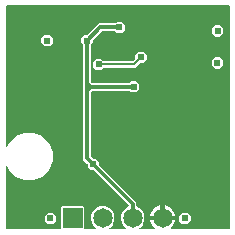
<source format=gbr>
G04 EAGLE Gerber RS-274X export*
G75*
%MOMM*%
%FSLAX34Y34*%
%LPD*%
%AMOC8*
5,1,8,0,0,1.08239X$1,22.5*%
G01*
%ADD10R,1.651000X1.651000*%
%ADD11C,1.651000*%
%ADD12C,0.609600*%
%ADD13C,0.203200*%
%ADD14C,0.304800*%

G36*
X51080Y5223D02*
X51080Y5223D01*
X51182Y5231D01*
X51210Y5243D01*
X51241Y5248D01*
X51333Y5292D01*
X51429Y5330D01*
X51452Y5350D01*
X51480Y5363D01*
X51555Y5433D01*
X51635Y5498D01*
X51652Y5524D01*
X51674Y5545D01*
X51725Y5634D01*
X51782Y5719D01*
X51788Y5743D01*
X51806Y5775D01*
X51864Y6035D01*
X51861Y6073D01*
X51866Y6096D01*
X51866Y23992D01*
X52908Y25034D01*
X70892Y25034D01*
X71934Y23992D01*
X71934Y6096D01*
X71949Y5994D01*
X71957Y5892D01*
X71969Y5864D01*
X71974Y5833D01*
X72018Y5741D01*
X72056Y5645D01*
X72076Y5622D01*
X72089Y5594D01*
X72159Y5519D01*
X72224Y5439D01*
X72250Y5422D01*
X72271Y5400D01*
X72360Y5349D01*
X72445Y5292D01*
X72469Y5286D01*
X72501Y5268D01*
X72761Y5210D01*
X72799Y5213D01*
X72822Y5208D01*
X80758Y5208D01*
X80809Y5215D01*
X80861Y5214D01*
X80940Y5235D01*
X81021Y5248D01*
X81067Y5270D01*
X81117Y5284D01*
X81186Y5328D01*
X81260Y5363D01*
X81298Y5398D01*
X81341Y5426D01*
X81395Y5489D01*
X81454Y5545D01*
X81480Y5589D01*
X81513Y5629D01*
X81546Y5704D01*
X81586Y5775D01*
X81598Y5826D01*
X81618Y5873D01*
X81626Y5955D01*
X81644Y6035D01*
X81640Y6086D01*
X81645Y6138D01*
X81629Y6218D01*
X81623Y6300D01*
X81603Y6348D01*
X81593Y6398D01*
X81566Y6442D01*
X81524Y6547D01*
X81411Y6686D01*
X81386Y6724D01*
X78794Y9316D01*
X77266Y13004D01*
X77266Y16996D01*
X78794Y20684D01*
X81616Y23506D01*
X85304Y25034D01*
X89296Y25034D01*
X92984Y23506D01*
X95806Y20684D01*
X97334Y16996D01*
X97334Y13004D01*
X95806Y9316D01*
X93214Y6724D01*
X93183Y6683D01*
X93146Y6647D01*
X93105Y6576D01*
X93056Y6510D01*
X93039Y6461D01*
X93014Y6417D01*
X92996Y6337D01*
X92969Y6259D01*
X92967Y6207D01*
X92956Y6157D01*
X92962Y6075D01*
X92960Y5993D01*
X92973Y5944D01*
X92977Y5892D01*
X93008Y5816D01*
X93030Y5737D01*
X93057Y5693D01*
X93076Y5645D01*
X93128Y5582D01*
X93172Y5513D01*
X93211Y5479D01*
X93244Y5439D01*
X93312Y5394D01*
X93375Y5341D01*
X93422Y5320D01*
X93465Y5292D01*
X93516Y5280D01*
X93619Y5236D01*
X93798Y5218D01*
X93842Y5208D01*
X106158Y5208D01*
X106209Y5215D01*
X106261Y5214D01*
X106340Y5235D01*
X106421Y5248D01*
X106467Y5270D01*
X106517Y5284D01*
X106586Y5328D01*
X106660Y5363D01*
X106698Y5398D01*
X106741Y5426D01*
X106795Y5489D01*
X106854Y5545D01*
X106880Y5589D01*
X106913Y5629D01*
X106946Y5704D01*
X106986Y5775D01*
X106998Y5826D01*
X107018Y5873D01*
X107026Y5955D01*
X107044Y6035D01*
X107040Y6086D01*
X107045Y6138D01*
X107029Y6218D01*
X107023Y6300D01*
X107003Y6348D01*
X106993Y6398D01*
X106966Y6442D01*
X106924Y6547D01*
X106811Y6686D01*
X106786Y6724D01*
X104194Y9316D01*
X102666Y13004D01*
X102666Y16996D01*
X104194Y20684D01*
X107016Y23506D01*
X108849Y24265D01*
X108902Y24297D01*
X108960Y24320D01*
X109015Y24366D01*
X109077Y24403D01*
X109118Y24449D01*
X109166Y24488D01*
X109206Y24548D01*
X109253Y24601D01*
X109279Y24657D01*
X109313Y24709D01*
X109324Y24756D01*
X109363Y24843D01*
X109390Y25055D01*
X109397Y25086D01*
X109397Y25264D01*
X109394Y25285D01*
X109396Y25306D01*
X109374Y25416D01*
X109357Y25527D01*
X109348Y25546D01*
X109344Y25566D01*
X109320Y25605D01*
X109242Y25766D01*
X109165Y25849D01*
X109137Y25892D01*
X79918Y55111D01*
X79901Y55124D01*
X79888Y55140D01*
X79794Y55202D01*
X79704Y55269D01*
X79684Y55276D01*
X79667Y55287D01*
X79622Y55297D01*
X79453Y55356D01*
X79340Y55360D01*
X79290Y55371D01*
X77503Y55371D01*
X74675Y58199D01*
X74675Y59986D01*
X74672Y60007D01*
X74674Y60028D01*
X74652Y60138D01*
X74635Y60249D01*
X74626Y60268D01*
X74622Y60288D01*
X74598Y60327D01*
X74520Y60488D01*
X74443Y60571D01*
X74415Y60614D01*
X70865Y64164D01*
X70865Y161209D01*
X70862Y161229D01*
X70864Y161250D01*
X70842Y161361D01*
X70825Y161472D01*
X70816Y161490D01*
X70812Y161511D01*
X70788Y161550D01*
X70710Y161711D01*
X70633Y161793D01*
X70605Y161837D01*
X69341Y163101D01*
X69341Y167099D01*
X72169Y169927D01*
X73956Y169927D01*
X73977Y169930D01*
X73998Y169928D01*
X74108Y169950D01*
X74219Y169967D01*
X74238Y169976D01*
X74258Y169980D01*
X74297Y170004D01*
X74458Y170082D01*
X74541Y170159D01*
X74584Y170187D01*
X83976Y179579D01*
X97709Y179579D01*
X97729Y179582D01*
X97750Y179580D01*
X97861Y179602D01*
X97972Y179619D01*
X97990Y179628D01*
X98011Y179632D01*
X98050Y179656D01*
X98211Y179734D01*
X98293Y179811D01*
X98337Y179839D01*
X99601Y181103D01*
X103599Y181103D01*
X106427Y178275D01*
X106427Y174277D01*
X103599Y171449D01*
X99601Y171449D01*
X98337Y172713D01*
X98320Y172726D01*
X98307Y172742D01*
X98213Y172804D01*
X98123Y172871D01*
X98103Y172878D01*
X98086Y172889D01*
X98041Y172899D01*
X97872Y172958D01*
X97759Y172962D01*
X97709Y172973D01*
X87080Y172973D01*
X87059Y172970D01*
X87038Y172972D01*
X86928Y172950D01*
X86817Y172933D01*
X86798Y172924D01*
X86778Y172920D01*
X86739Y172896D01*
X86578Y172818D01*
X86495Y172741D01*
X86452Y172713D01*
X79255Y165516D01*
X79242Y165499D01*
X79226Y165486D01*
X79164Y165392D01*
X79097Y165302D01*
X79090Y165282D01*
X79079Y165265D01*
X79069Y165220D01*
X79010Y165051D01*
X79006Y164938D01*
X78995Y164888D01*
X78995Y163101D01*
X77731Y161837D01*
X77718Y161820D01*
X77702Y161807D01*
X77640Y161713D01*
X77573Y161623D01*
X77566Y161603D01*
X77555Y161586D01*
X77545Y161541D01*
X77486Y161372D01*
X77482Y161259D01*
X77471Y161209D01*
X77471Y131022D01*
X77474Y131001D01*
X77472Y130980D01*
X77494Y130870D01*
X77511Y130759D01*
X77520Y130740D01*
X77524Y130720D01*
X77548Y130681D01*
X77626Y130520D01*
X77703Y130437D01*
X77731Y130394D01*
X78578Y129547D01*
X78595Y129534D01*
X78608Y129518D01*
X78702Y129456D01*
X78792Y129389D01*
X78812Y129382D01*
X78829Y129371D01*
X78874Y129361D01*
X79043Y129302D01*
X79156Y129298D01*
X79206Y129287D01*
X109647Y129287D01*
X109668Y129290D01*
X109688Y129288D01*
X109799Y129310D01*
X109910Y129327D01*
X109928Y129336D01*
X109949Y129340D01*
X109988Y129364D01*
X110149Y129442D01*
X110231Y129519D01*
X110275Y129547D01*
X111539Y130811D01*
X115537Y130811D01*
X118365Y127983D01*
X118365Y123985D01*
X115537Y121157D01*
X111539Y121157D01*
X110275Y122421D01*
X110258Y122434D01*
X110245Y122450D01*
X110151Y122512D01*
X110061Y122579D01*
X110041Y122586D01*
X110024Y122597D01*
X109979Y122607D01*
X109810Y122666D01*
X109697Y122670D01*
X109647Y122681D01*
X79206Y122681D01*
X79185Y122678D01*
X79164Y122680D01*
X79054Y122658D01*
X78943Y122641D01*
X78924Y122632D01*
X78904Y122628D01*
X78865Y122604D01*
X78704Y122526D01*
X78621Y122449D01*
X78578Y122421D01*
X77731Y121574D01*
X77718Y121557D01*
X77702Y121544D01*
X77640Y121450D01*
X77573Y121360D01*
X77566Y121340D01*
X77555Y121323D01*
X77545Y121278D01*
X77486Y121109D01*
X77482Y120996D01*
X77471Y120946D01*
X77471Y67268D01*
X77474Y67247D01*
X77472Y67226D01*
X77494Y67116D01*
X77511Y67005D01*
X77520Y66986D01*
X77524Y66966D01*
X77548Y66927D01*
X77626Y66766D01*
X77703Y66683D01*
X77731Y66640D01*
X79086Y65285D01*
X79103Y65272D01*
X79116Y65256D01*
X79210Y65194D01*
X79300Y65127D01*
X79320Y65120D01*
X79337Y65109D01*
X79382Y65099D01*
X79551Y65040D01*
X79664Y65036D01*
X79714Y65025D01*
X81501Y65025D01*
X84329Y62197D01*
X84329Y60410D01*
X84332Y60389D01*
X84330Y60368D01*
X84352Y60258D01*
X84369Y60147D01*
X84378Y60128D01*
X84382Y60108D01*
X84406Y60069D01*
X84484Y59908D01*
X84561Y59825D01*
X84589Y59782D01*
X116003Y28368D01*
X116003Y25086D01*
X116012Y25025D01*
X116011Y24963D01*
X116032Y24894D01*
X116043Y24823D01*
X116070Y24767D01*
X116087Y24708D01*
X116127Y24648D01*
X116158Y24584D01*
X116201Y24538D01*
X116235Y24487D01*
X116274Y24459D01*
X116340Y24389D01*
X116526Y24283D01*
X116551Y24265D01*
X118384Y23506D01*
X121206Y20684D01*
X122734Y16996D01*
X122734Y13004D01*
X121206Y9316D01*
X118614Y6724D01*
X118583Y6683D01*
X118546Y6647D01*
X118505Y6576D01*
X118456Y6510D01*
X118439Y6461D01*
X118414Y6417D01*
X118396Y6337D01*
X118369Y6259D01*
X118367Y6207D01*
X118356Y6157D01*
X118362Y6075D01*
X118360Y5993D01*
X118373Y5944D01*
X118377Y5892D01*
X118408Y5816D01*
X118430Y5737D01*
X118457Y5693D01*
X118476Y5645D01*
X118528Y5582D01*
X118572Y5513D01*
X118611Y5479D01*
X118644Y5439D01*
X118712Y5394D01*
X118775Y5341D01*
X118822Y5320D01*
X118865Y5292D01*
X118916Y5280D01*
X119019Y5236D01*
X119198Y5218D01*
X119242Y5208D01*
X130480Y5208D01*
X130531Y5215D01*
X130583Y5214D01*
X130662Y5235D01*
X130743Y5248D01*
X130790Y5270D01*
X130839Y5284D01*
X130909Y5328D01*
X130983Y5363D01*
X131020Y5398D01*
X131064Y5426D01*
X131117Y5489D01*
X131177Y5545D01*
X131202Y5589D01*
X131236Y5629D01*
X131268Y5704D01*
X131309Y5775D01*
X131320Y5826D01*
X131340Y5873D01*
X131349Y5955D01*
X131367Y6035D01*
X131362Y6086D01*
X131368Y6138D01*
X131352Y6218D01*
X131345Y6300D01*
X131326Y6348D01*
X131316Y6398D01*
X131288Y6442D01*
X131246Y6547D01*
X131133Y6686D01*
X131108Y6724D01*
X129865Y7967D01*
X128867Y9342D01*
X128095Y10856D01*
X127570Y12472D01*
X127451Y13223D01*
X137211Y13223D01*
X137312Y13238D01*
X137415Y13246D01*
X137443Y13258D01*
X137474Y13263D01*
X137566Y13307D01*
X137661Y13345D01*
X137685Y13365D01*
X137713Y13378D01*
X137788Y13448D01*
X137868Y13513D01*
X137885Y13539D01*
X137907Y13560D01*
X137958Y13649D01*
X138015Y13734D01*
X138020Y13758D01*
X138039Y13790D01*
X138097Y14050D01*
X138094Y14088D01*
X138099Y14111D01*
X138099Y15001D01*
X138101Y15001D01*
X138101Y14111D01*
X138116Y14009D01*
X138125Y13907D01*
X138136Y13879D01*
X138141Y13848D01*
X138185Y13756D01*
X138224Y13660D01*
X138243Y13637D01*
X138256Y13609D01*
X138326Y13534D01*
X138391Y13454D01*
X138417Y13437D01*
X138438Y13415D01*
X138527Y13364D01*
X138612Y13307D01*
X138636Y13301D01*
X138669Y13283D01*
X138928Y13225D01*
X138966Y13228D01*
X138989Y13223D01*
X148749Y13223D01*
X148630Y12472D01*
X148105Y10856D01*
X147333Y9342D01*
X146335Y7967D01*
X145092Y6724D01*
X145061Y6683D01*
X145023Y6647D01*
X144982Y6576D01*
X144934Y6510D01*
X144917Y6461D01*
X144891Y6417D01*
X144873Y6337D01*
X144846Y6259D01*
X144845Y6207D01*
X144833Y6157D01*
X144840Y6075D01*
X144837Y5993D01*
X144851Y5944D01*
X144855Y5892D01*
X144886Y5816D01*
X144907Y5737D01*
X144935Y5693D01*
X144954Y5645D01*
X145006Y5582D01*
X145050Y5513D01*
X145089Y5479D01*
X145122Y5439D01*
X145190Y5394D01*
X145252Y5341D01*
X145300Y5320D01*
X145343Y5292D01*
X145393Y5280D01*
X145497Y5236D01*
X145675Y5218D01*
X145720Y5208D01*
X193904Y5208D01*
X194006Y5223D01*
X194108Y5231D01*
X194136Y5243D01*
X194167Y5248D01*
X194259Y5292D01*
X194355Y5330D01*
X194378Y5350D01*
X194406Y5363D01*
X194481Y5433D01*
X194561Y5498D01*
X194578Y5524D01*
X194600Y5545D01*
X194651Y5634D01*
X194708Y5719D01*
X194714Y5743D01*
X194732Y5775D01*
X194790Y6035D01*
X194787Y6073D01*
X194792Y6096D01*
X194792Y193904D01*
X194777Y194006D01*
X194769Y194108D01*
X194757Y194136D01*
X194752Y194167D01*
X194708Y194259D01*
X194670Y194355D01*
X194650Y194378D01*
X194637Y194406D01*
X194567Y194481D01*
X194502Y194561D01*
X194476Y194578D01*
X194455Y194600D01*
X194366Y194651D01*
X194281Y194708D01*
X194257Y194714D01*
X194225Y194732D01*
X193965Y194790D01*
X193927Y194787D01*
X193904Y194792D01*
X6096Y194792D01*
X5994Y194777D01*
X5892Y194769D01*
X5864Y194757D01*
X5833Y194752D01*
X5741Y194708D01*
X5645Y194670D01*
X5622Y194650D01*
X5594Y194637D01*
X5519Y194567D01*
X5439Y194502D01*
X5422Y194476D01*
X5400Y194455D01*
X5349Y194366D01*
X5292Y194281D01*
X5286Y194257D01*
X5268Y194225D01*
X5210Y193965D01*
X5213Y193927D01*
X5208Y193904D01*
X5208Y76156D01*
X5222Y76065D01*
X5227Y75973D01*
X5241Y75934D01*
X5248Y75893D01*
X5288Y75810D01*
X5320Y75724D01*
X5345Y75691D01*
X5363Y75654D01*
X5426Y75586D01*
X5483Y75514D01*
X5516Y75490D01*
X5545Y75460D01*
X5625Y75414D01*
X5700Y75361D01*
X5740Y75348D01*
X5775Y75328D01*
X5865Y75308D01*
X5953Y75279D01*
X5995Y75279D01*
X6035Y75270D01*
X6127Y75278D01*
X6219Y75277D01*
X6259Y75288D01*
X6300Y75292D01*
X6385Y75326D01*
X6474Y75352D01*
X6508Y75375D01*
X6547Y75391D01*
X6618Y75449D01*
X6695Y75500D01*
X6713Y75526D01*
X6753Y75558D01*
X6900Y75779D01*
X6905Y75799D01*
X6917Y75816D01*
X7976Y78375D01*
X13625Y84024D01*
X21006Y87081D01*
X28994Y87081D01*
X36375Y84024D01*
X42024Y78375D01*
X45081Y70994D01*
X45081Y63006D01*
X42024Y55625D01*
X36375Y49976D01*
X28994Y46919D01*
X21006Y46919D01*
X13625Y49976D01*
X7976Y55625D01*
X6917Y58184D01*
X6869Y58263D01*
X6829Y58346D01*
X6801Y58376D01*
X6779Y58411D01*
X6710Y58473D01*
X6647Y58540D01*
X6611Y58561D01*
X6581Y58588D01*
X6497Y58626D01*
X6417Y58672D01*
X6376Y58681D01*
X6339Y58698D01*
X6247Y58710D01*
X6157Y58730D01*
X6116Y58727D01*
X6075Y58732D01*
X5984Y58716D01*
X5892Y58708D01*
X5854Y58693D01*
X5813Y58686D01*
X5731Y58644D01*
X5645Y58609D01*
X5613Y58583D01*
X5577Y58565D01*
X5511Y58500D01*
X5439Y58442D01*
X5416Y58407D01*
X5387Y58379D01*
X5343Y58297D01*
X5292Y58221D01*
X5285Y58190D01*
X5260Y58145D01*
X5209Y57884D01*
X5212Y57864D01*
X5208Y57844D01*
X5208Y6096D01*
X5223Y5994D01*
X5231Y5892D01*
X5243Y5864D01*
X5248Y5833D01*
X5292Y5741D01*
X5330Y5645D01*
X5350Y5622D01*
X5363Y5594D01*
X5433Y5519D01*
X5498Y5439D01*
X5524Y5422D01*
X5545Y5400D01*
X5634Y5349D01*
X5719Y5292D01*
X5743Y5286D01*
X5775Y5268D01*
X6035Y5210D01*
X6073Y5213D01*
X6096Y5208D01*
X50978Y5208D01*
X51080Y5223D01*
G37*
%LPC*%
G36*
X82075Y140080D02*
X82075Y140080D01*
X79247Y142908D01*
X79247Y146906D01*
X82075Y149734D01*
X86073Y149734D01*
X87845Y147962D01*
X87862Y147949D01*
X87875Y147933D01*
X87969Y147871D01*
X88059Y147804D01*
X88079Y147797D01*
X88096Y147786D01*
X88141Y147776D01*
X88310Y147717D01*
X88423Y147713D01*
X88473Y147702D01*
X112393Y147702D01*
X112414Y147705D01*
X112435Y147703D01*
X112545Y147725D01*
X112656Y147742D01*
X112675Y147751D01*
X112696Y147755D01*
X112734Y147779D01*
X112896Y147857D01*
X112978Y147934D01*
X113022Y147962D01*
X114801Y149741D01*
X114814Y149758D01*
X114830Y149772D01*
X114892Y149865D01*
X114959Y149955D01*
X114966Y149975D01*
X114977Y149993D01*
X114987Y150037D01*
X115046Y150206D01*
X115050Y150319D01*
X115061Y150370D01*
X115061Y152875D01*
X117889Y155703D01*
X121887Y155703D01*
X124715Y152875D01*
X124715Y148877D01*
X121887Y146049D01*
X119382Y146049D01*
X119361Y146046D01*
X119340Y146048D01*
X119230Y146026D01*
X119119Y146009D01*
X119100Y146000D01*
X119079Y145996D01*
X119041Y145972D01*
X118879Y145894D01*
X118797Y145817D01*
X118753Y145789D01*
X115077Y142112D01*
X88473Y142112D01*
X88453Y142109D01*
X88432Y142111D01*
X88321Y142089D01*
X88210Y142072D01*
X88192Y142063D01*
X88171Y142059D01*
X88132Y142035D01*
X87971Y141957D01*
X87889Y141880D01*
X87845Y141852D01*
X86073Y140080D01*
X82075Y140080D01*
G37*
%LPD*%
%LPC*%
G36*
X182659Y168401D02*
X182659Y168401D01*
X179831Y171229D01*
X179831Y175227D01*
X182659Y178055D01*
X186657Y178055D01*
X189485Y175227D01*
X189485Y171229D01*
X186657Y168401D01*
X182659Y168401D01*
G37*
%LPD*%
%LPC*%
G36*
X38387Y160273D02*
X38387Y160273D01*
X35559Y163101D01*
X35559Y167099D01*
X38387Y169927D01*
X42385Y169927D01*
X45213Y167099D01*
X45213Y163101D01*
X42385Y160273D01*
X38387Y160273D01*
G37*
%LPD*%
%LPC*%
G36*
X182405Y141223D02*
X182405Y141223D01*
X179577Y144051D01*
X179577Y148049D01*
X182405Y150877D01*
X186403Y150877D01*
X189231Y148049D01*
X189231Y144051D01*
X186403Y141223D01*
X182405Y141223D01*
G37*
%LPD*%
%LPC*%
G36*
X41181Y9651D02*
X41181Y9651D01*
X38353Y12479D01*
X38353Y16477D01*
X41181Y19305D01*
X45179Y19305D01*
X48007Y16477D01*
X48007Y12479D01*
X45179Y9651D01*
X41181Y9651D01*
G37*
%LPD*%
%LPC*%
G36*
X154973Y9651D02*
X154973Y9651D01*
X152145Y12479D01*
X152145Y16477D01*
X154973Y19305D01*
X158971Y19305D01*
X161799Y16477D01*
X161799Y12479D01*
X158971Y9651D01*
X154973Y9651D01*
G37*
%LPD*%
%LPC*%
G36*
X139877Y16777D02*
X139877Y16777D01*
X139877Y25649D01*
X140628Y25530D01*
X142244Y25005D01*
X143758Y24233D01*
X145133Y23235D01*
X146335Y22033D01*
X147333Y20658D01*
X148105Y19144D01*
X148630Y17528D01*
X148749Y16777D01*
X139877Y16777D01*
G37*
%LPD*%
%LPC*%
G36*
X127451Y16777D02*
X127451Y16777D01*
X127570Y17528D01*
X128095Y19144D01*
X128867Y20658D01*
X129865Y22033D01*
X131067Y23235D01*
X132442Y24233D01*
X133956Y25005D01*
X135572Y25530D01*
X136323Y25649D01*
X136323Y16777D01*
X127451Y16777D01*
G37*
%LPD*%
D10*
X61900Y15000D03*
D11*
X87300Y15000D03*
X112700Y15000D03*
X138100Y15000D03*
D12*
X75692Y23368D03*
X99822Y9144D03*
X124968Y8636D03*
X86614Y94742D03*
X14478Y146050D03*
X14224Y173482D03*
X119888Y150876D03*
D13*
X113919Y144907D01*
X84074Y144907D01*
D12*
X84074Y144907D03*
X40386Y165100D03*
X113538Y125984D03*
X79502Y60198D03*
D14*
X81407Y58293D01*
X112700Y27000D01*
X112700Y15000D01*
D12*
X101600Y176276D03*
X74168Y165100D03*
D14*
X74168Y131318D01*
X74168Y129286D01*
X74168Y122682D01*
X74168Y65532D01*
X81407Y58293D01*
X85344Y176276D02*
X101600Y176276D01*
X85344Y176276D02*
X74168Y165100D01*
X77470Y125984D02*
X113538Y125984D01*
X77470Y125984D02*
X74168Y129286D01*
X77470Y125984D02*
X74168Y122682D01*
D12*
X43180Y14478D03*
X156972Y14478D03*
X184658Y173228D03*
X184404Y146050D03*
M02*

</source>
